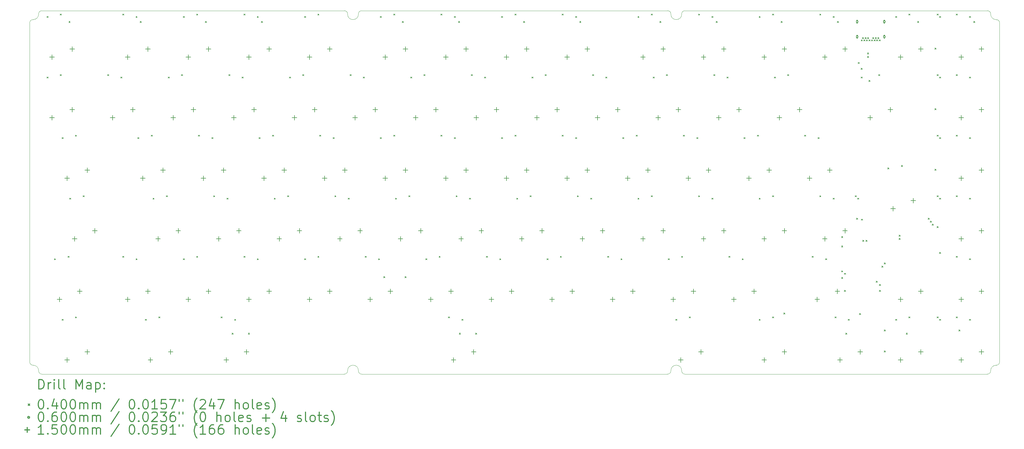
<source format=gbr>
%FSLAX45Y45*%
G04 Gerber Fmt 4.5, Leading zero omitted, Abs format (unit mm)*
G04 Created by KiCad (PCBNEW 5.1.10) date 2021-07-18 23:08:42*
%MOMM*%
%LPD*%
G01*
G04 APERTURE LIST*
%TA.AperFunction,Profile*%
%ADD10C,0.050000*%
%TD*%
%ADD11C,0.200000*%
%ADD12C,0.300000*%
G04 APERTURE END LIST*
D10*
X13700000Y-3810000D02*
X4190000Y-3810000D01*
X4090000Y-3910000D02*
X4090000Y-3920000D01*
X4090000Y-3910000D02*
G75*
G02*
X4190000Y-3810000I100000J0D01*
G01*
X13800000Y-3920000D02*
X13800000Y-3910000D01*
X13700000Y-3810000D02*
G75*
G02*
X13800000Y-3910000I0J-100000D01*
G01*
X23860000Y-3810000D02*
X14240000Y-3810000D01*
X14140000Y-3920000D02*
X14140000Y-3910000D01*
X14140000Y-3910000D02*
G75*
G02*
X14240000Y-3810000I100000J0D01*
G01*
X23960000Y-3920000D02*
X23960000Y-3910000D01*
X23860000Y-3810000D02*
G75*
G02*
X23960000Y-3910000I0J-100000D01*
G01*
X33910000Y-3810000D02*
X24400000Y-3810000D01*
X24300000Y-3920000D02*
X24300000Y-3910000D01*
X24300000Y-3910000D02*
G75*
G02*
X24400000Y-3810000I100000J0D01*
G01*
X34010000Y-3920000D02*
X34010000Y-3910000D01*
X33910000Y-3810000D02*
G75*
G02*
X34010000Y-3910000I0J-100000D01*
G01*
X34290000Y-14860000D02*
X34290000Y-4190000D01*
X34180000Y-4090000D02*
X34190000Y-4090000D01*
X34190000Y-4090000D02*
G75*
G02*
X34290000Y-4190000I0J-100000D01*
G01*
X34180000Y-14960000D02*
X34190000Y-14960000D01*
X34290000Y-14860000D02*
G75*
G02*
X34190000Y-14960000I-100000J0D01*
G01*
X24400000Y-15240000D02*
X33910000Y-15240000D01*
X34010000Y-15130000D02*
X34010000Y-15140000D01*
X34010000Y-15140000D02*
G75*
G02*
X33910000Y-15240000I-100000J0D01*
G01*
X24300000Y-15130000D02*
X24300000Y-15140000D01*
X24400000Y-15240000D02*
G75*
G02*
X24300000Y-15140000I0J100000D01*
G01*
X14240000Y-15240000D02*
X23860000Y-15240000D01*
X23960000Y-15130000D02*
X23960000Y-15140000D01*
X23960000Y-15140000D02*
G75*
G02*
X23860000Y-15240000I-100000J0D01*
G01*
X14140000Y-15130000D02*
X14140000Y-15140000D01*
X14240000Y-15240000D02*
G75*
G02*
X14140000Y-15140000I0J100000D01*
G01*
X4190000Y-15240000D02*
X13700000Y-15240000D01*
X13800000Y-15140000D02*
X13800000Y-15130000D01*
X13800000Y-15140000D02*
G75*
G02*
X13700000Y-15240000I-100000J0D01*
G01*
X4090000Y-15130000D02*
X4090000Y-15140000D01*
X4190000Y-15240000D02*
G75*
G02*
X4090000Y-15140000I0J100000D01*
G01*
X3910000Y-14960000D02*
X3920000Y-14960000D01*
X3810000Y-4190000D02*
X3810000Y-14860000D01*
X3910000Y-4090000D02*
X3920000Y-4090000D01*
X3910000Y-14960000D02*
G75*
G02*
X3810000Y-14860000I0J100000D01*
G01*
X3810000Y-4190000D02*
G75*
G02*
X3910000Y-4090000I100000J0D01*
G01*
X23960000Y-15130000D02*
G75*
G02*
X24300000Y-15130000I170000J0D01*
G01*
X13800000Y-15130000D02*
G75*
G02*
X14140000Y-15130000I170000J0D01*
G01*
X24300000Y-3920000D02*
G75*
G02*
X23960000Y-3920000I-170000J0D01*
G01*
X14140000Y-3920000D02*
G75*
G02*
X13800000Y-3920000I-170000J0D01*
G01*
X34010000Y-15130000D02*
G75*
G02*
X34180000Y-14960000I170000J0D01*
G01*
X34180000Y-4090000D02*
G75*
G02*
X34010000Y-3920000I0J170000D01*
G01*
X3920000Y-14960000D02*
G75*
G02*
X4090000Y-15130000I0J-170000D01*
G01*
X4090000Y-3920000D02*
G75*
G02*
X3920000Y-4090000I-170000J0D01*
G01*
D11*
X4348800Y-3986850D02*
X4388800Y-4026850D01*
X4388800Y-3986850D02*
X4348800Y-4026850D01*
X4348800Y-5891850D02*
X4388800Y-5931850D01*
X4388800Y-5891850D02*
X4348800Y-5931850D01*
X4583750Y-11606850D02*
X4623750Y-11646850D01*
X4623750Y-11606850D02*
X4583750Y-11646850D01*
X4767900Y-3910650D02*
X4807900Y-3950650D01*
X4807900Y-3910650D02*
X4767900Y-3950650D01*
X4767900Y-5815650D02*
X4807900Y-5855650D01*
X4807900Y-5815650D02*
X4767900Y-5855650D01*
X4825050Y-7796850D02*
X4865050Y-7836850D01*
X4865050Y-7796850D02*
X4825050Y-7836850D01*
X4825050Y-13511850D02*
X4865050Y-13551850D01*
X4865050Y-13511850D02*
X4825050Y-13551850D01*
X5009200Y-11530650D02*
X5049200Y-11570650D01*
X5049200Y-11530650D02*
X5009200Y-11570650D01*
X5040950Y-4145600D02*
X5080950Y-4185600D01*
X5080950Y-4145600D02*
X5040950Y-4185600D01*
X5060000Y-9701850D02*
X5100000Y-9741850D01*
X5100000Y-9701850D02*
X5060000Y-9741850D01*
X5244150Y-7720650D02*
X5284150Y-7760650D01*
X5284150Y-7720650D02*
X5244150Y-7760650D01*
X5244150Y-13435650D02*
X5284150Y-13475650D01*
X5284150Y-13435650D02*
X5244150Y-13475650D01*
X5485450Y-9625650D02*
X5525450Y-9665650D01*
X5525450Y-9625650D02*
X5485450Y-9665650D01*
X6253800Y-5815650D02*
X6293800Y-5855650D01*
X6293800Y-5815650D02*
X6253800Y-5855650D01*
X6672900Y-5891850D02*
X6712900Y-5931850D01*
X6712900Y-5891850D02*
X6672900Y-5931850D01*
X6730050Y-3910650D02*
X6770050Y-3950650D01*
X6770050Y-3910650D02*
X6730050Y-3950650D01*
X6730050Y-11530650D02*
X6770050Y-11570650D01*
X6770050Y-11530650D02*
X6730050Y-11570650D01*
X7149150Y-3986850D02*
X7189150Y-4026850D01*
X7189150Y-3986850D02*
X7149150Y-4026850D01*
X7149150Y-11606850D02*
X7189150Y-11646850D01*
X7189150Y-11606850D02*
X7149150Y-11646850D01*
X7206300Y-7796850D02*
X7246300Y-7836850D01*
X7246300Y-7796850D02*
X7206300Y-7836850D01*
X7282500Y-4145600D02*
X7322500Y-4185600D01*
X7322500Y-4145600D02*
X7282500Y-4185600D01*
X7441250Y-13511850D02*
X7481250Y-13551850D01*
X7481250Y-13511850D02*
X7441250Y-13551850D01*
X7625400Y-7720650D02*
X7665400Y-7760650D01*
X7665400Y-7720650D02*
X7625400Y-7760650D01*
X7682550Y-9701850D02*
X7722550Y-9741850D01*
X7722550Y-9701850D02*
X7682550Y-9741850D01*
X7866700Y-13435650D02*
X7906700Y-13475650D01*
X7906700Y-13435650D02*
X7866700Y-13475650D01*
X8101650Y-9625650D02*
X8141650Y-9665650D01*
X8141650Y-9625650D02*
X8101650Y-9665650D01*
X8158800Y-5891850D02*
X8198800Y-5931850D01*
X8198800Y-5891850D02*
X8158800Y-5931850D01*
X8577900Y-5815650D02*
X8617900Y-5855650D01*
X8617900Y-5815650D02*
X8577900Y-5855650D01*
X8635050Y-3986850D02*
X8675050Y-4026850D01*
X8675050Y-3986850D02*
X8635050Y-4026850D01*
X8635050Y-11606850D02*
X8675050Y-11646850D01*
X8675050Y-11606850D02*
X8635050Y-11646850D01*
X9054150Y-3910650D02*
X9094150Y-3950650D01*
X9094150Y-3910650D02*
X9054150Y-3950650D01*
X9054150Y-11530650D02*
X9094150Y-11570650D01*
X9094150Y-11530650D02*
X9054150Y-11570650D01*
X9111300Y-7720650D02*
X9151300Y-7760650D01*
X9151300Y-7720650D02*
X9111300Y-7760650D01*
X9327200Y-4145600D02*
X9367200Y-4185600D01*
X9367200Y-4145600D02*
X9327200Y-4185600D01*
X9530400Y-7796850D02*
X9570400Y-7836850D01*
X9570400Y-7796850D02*
X9530400Y-7836850D01*
X9587550Y-9625650D02*
X9627550Y-9665650D01*
X9627550Y-9625650D02*
X9587550Y-9665650D01*
X9822500Y-13435650D02*
X9862500Y-13475650D01*
X9862500Y-13435650D02*
X9822500Y-13475650D01*
X10006650Y-9701850D02*
X10046650Y-9741850D01*
X10046650Y-9701850D02*
X10006650Y-9741850D01*
X10063800Y-5815650D02*
X10103800Y-5855650D01*
X10103800Y-5815650D02*
X10063800Y-5855650D01*
X10165400Y-13950000D02*
X10205400Y-13990000D01*
X10205400Y-13950000D02*
X10165400Y-13990000D01*
X10247950Y-13511850D02*
X10287950Y-13551850D01*
X10287950Y-13511850D02*
X10247950Y-13551850D01*
X10482900Y-5891850D02*
X10522900Y-5931850D01*
X10522900Y-5891850D02*
X10482900Y-5931850D01*
X10540050Y-3910650D02*
X10580050Y-3950650D01*
X10580050Y-3910650D02*
X10540050Y-3950650D01*
X10540050Y-11530650D02*
X10580050Y-11570650D01*
X10580050Y-11530650D02*
X10540050Y-11570650D01*
X10679750Y-13950000D02*
X10719750Y-13990000D01*
X10719750Y-13950000D02*
X10679750Y-13990000D01*
X10959150Y-3986850D02*
X10999150Y-4026850D01*
X10999150Y-3986850D02*
X10959150Y-4026850D01*
X10959150Y-11606850D02*
X10999150Y-11646850D01*
X10999150Y-11606850D02*
X10959150Y-11646850D01*
X11016300Y-7796850D02*
X11056300Y-7836850D01*
X11056300Y-7796850D02*
X11016300Y-7836850D01*
X11092500Y-4145600D02*
X11132500Y-4185600D01*
X11132500Y-4145600D02*
X11092500Y-4185600D01*
X11435400Y-7720650D02*
X11475400Y-7760650D01*
X11475400Y-7720650D02*
X11435400Y-7760650D01*
X11492550Y-9701850D02*
X11532550Y-9741850D01*
X11532550Y-9701850D02*
X11492550Y-9741850D01*
X11911650Y-9625650D02*
X11951650Y-9665650D01*
X11951650Y-9625650D02*
X11911650Y-9665650D01*
X11968800Y-5891850D02*
X12008800Y-5931850D01*
X12008800Y-5891850D02*
X11968800Y-5931850D01*
X12387900Y-5815650D02*
X12427900Y-5855650D01*
X12427900Y-5815650D02*
X12387900Y-5855650D01*
X12445050Y-3986850D02*
X12485050Y-4026850D01*
X12485050Y-3986850D02*
X12445050Y-4026850D01*
X12445050Y-11606850D02*
X12485050Y-11646850D01*
X12485050Y-11606850D02*
X12445050Y-11646850D01*
X12864150Y-3910650D02*
X12904150Y-3950650D01*
X12904150Y-3910650D02*
X12864150Y-3950650D01*
X12864150Y-11530650D02*
X12904150Y-11570650D01*
X12904150Y-11530650D02*
X12864150Y-11570650D01*
X12921300Y-7720650D02*
X12961300Y-7760650D01*
X12961300Y-7720650D02*
X12921300Y-7760650D01*
X13340400Y-7796850D02*
X13380400Y-7836850D01*
X13380400Y-7796850D02*
X13340400Y-7836850D01*
X13397550Y-9625650D02*
X13437550Y-9665650D01*
X13437550Y-9625650D02*
X13397550Y-9665650D01*
X13816650Y-9701850D02*
X13856650Y-9741850D01*
X13856650Y-9701850D02*
X13816650Y-9741850D01*
X13873800Y-5815650D02*
X13913800Y-5855650D01*
X13913800Y-5815650D02*
X13873800Y-5855650D01*
X14292900Y-5891850D02*
X14332900Y-5931850D01*
X14332900Y-5891850D02*
X14292900Y-5931850D01*
X14350050Y-11530650D02*
X14390050Y-11570650D01*
X14390050Y-11530650D02*
X14350050Y-11570650D01*
X14769150Y-11606850D02*
X14809150Y-11646850D01*
X14809150Y-11606850D02*
X14769150Y-11646850D01*
X14826300Y-3986850D02*
X14866300Y-4026850D01*
X14866300Y-3986850D02*
X14826300Y-4026850D01*
X14826300Y-7796850D02*
X14866300Y-7836850D01*
X14866300Y-7796850D02*
X14826300Y-7836850D01*
X14934250Y-12172000D02*
X14974250Y-12212000D01*
X14974250Y-12172000D02*
X14934250Y-12212000D01*
X15245400Y-3910650D02*
X15285400Y-3950650D01*
X15285400Y-3910650D02*
X15245400Y-3950650D01*
X15245400Y-7720650D02*
X15285400Y-7760650D01*
X15285400Y-7720650D02*
X15245400Y-7760650D01*
X15302550Y-9701850D02*
X15342550Y-9741850D01*
X15342550Y-9701850D02*
X15302550Y-9741850D01*
X15518450Y-4145600D02*
X15558450Y-4185600D01*
X15558450Y-4145600D02*
X15518450Y-4185600D01*
X15601000Y-12172000D02*
X15641000Y-12212000D01*
X15641000Y-12172000D02*
X15601000Y-12212000D01*
X15721650Y-9625650D02*
X15761650Y-9665650D01*
X15761650Y-9625650D02*
X15721650Y-9665650D01*
X15778800Y-5891850D02*
X15818800Y-5931850D01*
X15818800Y-5891850D02*
X15778800Y-5931850D01*
X16197900Y-5815650D02*
X16237900Y-5855650D01*
X16237900Y-5815650D02*
X16197900Y-5855650D01*
X16255050Y-11606850D02*
X16295050Y-11646850D01*
X16295050Y-11606850D02*
X16255050Y-11646850D01*
X16674150Y-11530650D02*
X16714150Y-11570650D01*
X16714150Y-11530650D02*
X16674150Y-11570650D01*
X16731300Y-3910650D02*
X16771300Y-3950650D01*
X16771300Y-3910650D02*
X16731300Y-3950650D01*
X16731300Y-7720650D02*
X16771300Y-7760650D01*
X16771300Y-7720650D02*
X16731300Y-7760650D01*
X16966250Y-13435650D02*
X17006250Y-13475650D01*
X17006250Y-13435650D02*
X16966250Y-13475650D01*
X17150400Y-3986850D02*
X17190400Y-4026850D01*
X17190400Y-3986850D02*
X17150400Y-4026850D01*
X17150400Y-7796850D02*
X17190400Y-7836850D01*
X17190400Y-7796850D02*
X17150400Y-7836850D01*
X17207550Y-9625650D02*
X17247550Y-9665650D01*
X17247550Y-9625650D02*
X17207550Y-9665650D01*
X17283750Y-4145600D02*
X17323750Y-4185600D01*
X17323750Y-4145600D02*
X17283750Y-4185600D01*
X17309150Y-13950000D02*
X17349150Y-13990000D01*
X17349150Y-13950000D02*
X17309150Y-13990000D01*
X17391700Y-13511850D02*
X17431700Y-13551850D01*
X17431700Y-13511850D02*
X17391700Y-13551850D01*
X17626650Y-9701850D02*
X17666650Y-9741850D01*
X17666650Y-9701850D02*
X17626650Y-9741850D01*
X17683800Y-5815650D02*
X17723800Y-5855650D01*
X17723800Y-5815650D02*
X17683800Y-5855650D01*
X17823500Y-13950000D02*
X17863500Y-13990000D01*
X17863500Y-13950000D02*
X17823500Y-13990000D01*
X18102900Y-5891850D02*
X18142900Y-5931850D01*
X18142900Y-5891850D02*
X18102900Y-5931850D01*
X18160050Y-11530650D02*
X18200050Y-11570650D01*
X18200050Y-11530650D02*
X18160050Y-11570650D01*
X18579150Y-11606850D02*
X18619150Y-11646850D01*
X18619150Y-11606850D02*
X18579150Y-11646850D01*
X18636300Y-3986850D02*
X18676300Y-4026850D01*
X18676300Y-3986850D02*
X18636300Y-4026850D01*
X18636300Y-7796850D02*
X18676300Y-7836850D01*
X18676300Y-7796850D02*
X18636300Y-7836850D01*
X19055400Y-3910650D02*
X19095400Y-3950650D01*
X19095400Y-3910650D02*
X19055400Y-3950650D01*
X19055400Y-7720650D02*
X19095400Y-7760650D01*
X19095400Y-7720650D02*
X19055400Y-7760650D01*
X19112550Y-9701850D02*
X19152550Y-9741850D01*
X19152550Y-9701850D02*
X19112550Y-9741850D01*
X19328450Y-4145600D02*
X19368450Y-4185600D01*
X19368450Y-4145600D02*
X19328450Y-4185600D01*
X19531650Y-9625650D02*
X19571650Y-9665650D01*
X19571650Y-9625650D02*
X19531650Y-9665650D01*
X19588800Y-5891850D02*
X19628800Y-5931850D01*
X19628800Y-5891850D02*
X19588800Y-5931850D01*
X20007900Y-5815650D02*
X20047900Y-5855650D01*
X20047900Y-5815650D02*
X20007900Y-5855650D01*
X20065050Y-11606850D02*
X20105050Y-11646850D01*
X20105050Y-11606850D02*
X20065050Y-11646850D01*
X20484150Y-11530650D02*
X20524150Y-11570650D01*
X20524150Y-11530650D02*
X20484150Y-11570650D01*
X20541300Y-3910650D02*
X20581300Y-3950650D01*
X20581300Y-3910650D02*
X20541300Y-3950650D01*
X20541300Y-7720650D02*
X20581300Y-7760650D01*
X20581300Y-7720650D02*
X20541300Y-7760650D01*
X20960400Y-3986850D02*
X21000400Y-4026850D01*
X21000400Y-3986850D02*
X20960400Y-4026850D01*
X20960400Y-7796850D02*
X21000400Y-7836850D01*
X21000400Y-7796850D02*
X20960400Y-7836850D01*
X21017550Y-9625650D02*
X21057550Y-9665650D01*
X21057550Y-9625650D02*
X21017550Y-9665650D01*
X21093750Y-4145600D02*
X21133750Y-4185600D01*
X21133750Y-4145600D02*
X21093750Y-4185600D01*
X21436650Y-9701850D02*
X21476650Y-9741850D01*
X21476650Y-9701850D02*
X21436650Y-9741850D01*
X21493800Y-5815650D02*
X21533800Y-5855650D01*
X21533800Y-5815650D02*
X21493800Y-5855650D01*
X21912900Y-5891850D02*
X21952900Y-5931850D01*
X21952900Y-5891850D02*
X21912900Y-5931850D01*
X21970050Y-11530650D02*
X22010050Y-11570650D01*
X22010050Y-11530650D02*
X21970050Y-11570650D01*
X22389150Y-11606850D02*
X22429150Y-11646850D01*
X22429150Y-11606850D02*
X22389150Y-11646850D01*
X22446300Y-7796850D02*
X22486300Y-7836850D01*
X22486300Y-7796850D02*
X22446300Y-7836850D01*
X22865400Y-7720650D02*
X22905400Y-7760650D01*
X22905400Y-7720650D02*
X22865400Y-7760650D01*
X22922550Y-3986850D02*
X22962550Y-4026850D01*
X22962550Y-3986850D02*
X22922550Y-4026850D01*
X22922550Y-9701850D02*
X22962550Y-9741850D01*
X22962550Y-9701850D02*
X22922550Y-9741850D01*
X23341650Y-3910650D02*
X23381650Y-3950650D01*
X23381650Y-3910650D02*
X23341650Y-3950650D01*
X23341650Y-9625650D02*
X23381650Y-9665650D01*
X23381650Y-9625650D02*
X23341650Y-9665650D01*
X23398800Y-5891850D02*
X23438800Y-5931850D01*
X23438800Y-5891850D02*
X23398800Y-5931850D01*
X23614700Y-4145600D02*
X23654700Y-4185600D01*
X23654700Y-4145600D02*
X23614700Y-4185600D01*
X23817900Y-5815650D02*
X23857900Y-5855650D01*
X23857900Y-5815650D02*
X23817900Y-5855650D01*
X23875050Y-11606850D02*
X23915050Y-11646850D01*
X23915050Y-11606850D02*
X23875050Y-11646850D01*
X24110000Y-13511850D02*
X24150000Y-13551850D01*
X24150000Y-13511850D02*
X24110000Y-13551850D01*
X24294150Y-11530650D02*
X24334150Y-11570650D01*
X24334150Y-11530650D02*
X24294150Y-11570650D01*
X24351300Y-7720650D02*
X24391300Y-7760650D01*
X24391300Y-7720650D02*
X24351300Y-7760650D01*
X24535450Y-13435650D02*
X24575450Y-13475650D01*
X24575450Y-13435650D02*
X24535450Y-13475650D01*
X24770400Y-7796850D02*
X24810400Y-7836850D01*
X24810400Y-7796850D02*
X24770400Y-7836850D01*
X24827550Y-3910650D02*
X24867550Y-3950650D01*
X24867550Y-3910650D02*
X24827550Y-3950650D01*
X24827550Y-9625650D02*
X24867550Y-9665650D01*
X24867550Y-9625650D02*
X24827550Y-9665650D01*
X25246650Y-3986850D02*
X25286650Y-4026850D01*
X25286650Y-3986850D02*
X25246650Y-4026850D01*
X25246650Y-9701850D02*
X25286650Y-9741850D01*
X25286650Y-9701850D02*
X25246650Y-9741850D01*
X25303800Y-5815650D02*
X25343800Y-5855650D01*
X25343800Y-5815650D02*
X25303800Y-5855650D01*
X25380000Y-4145600D02*
X25420000Y-4185600D01*
X25420000Y-4145600D02*
X25380000Y-4185600D01*
X25722900Y-5891850D02*
X25762900Y-5931850D01*
X25762900Y-5891850D02*
X25722900Y-5931850D01*
X25780050Y-11530650D02*
X25820050Y-11570650D01*
X25820050Y-11530650D02*
X25780050Y-11570650D01*
X26199150Y-11606850D02*
X26239150Y-11646850D01*
X26239150Y-11606850D02*
X26199150Y-11646850D01*
X26256300Y-7796850D02*
X26296300Y-7836850D01*
X26296300Y-7796850D02*
X26256300Y-7836850D01*
X26675400Y-7720650D02*
X26715400Y-7760650D01*
X26715400Y-7720650D02*
X26675400Y-7760650D01*
X26732550Y-3986850D02*
X26772550Y-4026850D01*
X26772550Y-3986850D02*
X26732550Y-4026850D01*
X26732550Y-9701850D02*
X26772550Y-9741850D01*
X26772550Y-9701850D02*
X26732550Y-9741850D01*
X26732550Y-13511850D02*
X26772550Y-13551850D01*
X26772550Y-13511850D02*
X26732550Y-13551850D01*
X27151650Y-3910650D02*
X27191650Y-3950650D01*
X27191650Y-3910650D02*
X27151650Y-3950650D01*
X27151650Y-9625650D02*
X27191650Y-9665650D01*
X27191650Y-9625650D02*
X27151650Y-9665650D01*
X27151650Y-13435650D02*
X27191650Y-13475650D01*
X27191650Y-13435650D02*
X27151650Y-13475650D01*
X27208800Y-5891850D02*
X27248800Y-5931850D01*
X27248800Y-5891850D02*
X27208800Y-5931850D01*
X27424700Y-4145600D02*
X27464700Y-4185600D01*
X27464700Y-4145600D02*
X27424700Y-4185600D01*
X27507250Y-13315000D02*
X27547250Y-13355000D01*
X27547250Y-13315000D02*
X27507250Y-13355000D01*
X27627900Y-5815650D02*
X27667900Y-5855650D01*
X27667900Y-5815650D02*
X27627900Y-5855650D01*
X28161300Y-7720650D02*
X28201300Y-7760650D01*
X28201300Y-7720650D02*
X28161300Y-7760650D01*
X28396250Y-11530650D02*
X28436250Y-11570650D01*
X28436250Y-11530650D02*
X28396250Y-11570650D01*
X28580400Y-7796850D02*
X28620400Y-7836850D01*
X28620400Y-7796850D02*
X28580400Y-7836850D01*
X28637550Y-3910650D02*
X28677550Y-3950650D01*
X28677550Y-3910650D02*
X28637550Y-3950650D01*
X28637550Y-9625650D02*
X28677550Y-9665650D01*
X28677550Y-9625650D02*
X28637550Y-9665650D01*
X28821700Y-11606850D02*
X28861700Y-11646850D01*
X28861700Y-11606850D02*
X28821700Y-11646850D01*
X29056650Y-3986850D02*
X29096650Y-4026850D01*
X29096650Y-3986850D02*
X29056650Y-4026850D01*
X29056650Y-9701850D02*
X29096650Y-9741850D01*
X29096650Y-9701850D02*
X29056650Y-9741850D01*
X29113800Y-13435650D02*
X29153800Y-13475650D01*
X29153800Y-13435650D02*
X29113800Y-13475650D01*
X29190000Y-4145600D02*
X29230000Y-4185600D01*
X29230000Y-4145600D02*
X29190000Y-4185600D01*
X29323350Y-10908350D02*
X29363350Y-10948350D01*
X29363350Y-10908350D02*
X29323350Y-10948350D01*
X29323350Y-11206800D02*
X29363350Y-11246800D01*
X29363350Y-11206800D02*
X29323350Y-11246800D01*
X29323350Y-11987850D02*
X29363350Y-12027850D01*
X29363350Y-11987850D02*
X29323350Y-12027850D01*
X29323350Y-12197400D02*
X29363350Y-12237400D01*
X29363350Y-12197400D02*
X29323350Y-12237400D01*
X29412250Y-12064050D02*
X29452250Y-12104050D01*
X29452250Y-12064050D02*
X29412250Y-12104050D01*
X29412250Y-12603800D02*
X29452250Y-12643800D01*
X29452250Y-12603800D02*
X29412250Y-12643800D01*
X29456700Y-13950000D02*
X29496700Y-13990000D01*
X29496700Y-13950000D02*
X29456700Y-13990000D01*
X29532900Y-13511850D02*
X29572900Y-13551850D01*
X29572900Y-13511850D02*
X29532900Y-13551850D01*
X29748800Y-9625650D02*
X29788800Y-9665650D01*
X29788800Y-9625650D02*
X29748800Y-9665650D01*
X29793250Y-10330500D02*
X29833250Y-10370500D01*
X29833250Y-10330500D02*
X29793250Y-10370500D01*
X29825000Y-9701850D02*
X29865000Y-9741850D01*
X29865000Y-9701850D02*
X29825000Y-9741850D01*
X29844050Y-5434650D02*
X29884050Y-5474650D01*
X29884050Y-5434650D02*
X29844050Y-5474650D01*
X29888500Y-13330875D02*
X29928500Y-13370875D01*
X29928500Y-13330875D02*
X29888500Y-13370875D01*
X29939300Y-5618800D02*
X29979300Y-5658800D01*
X29979300Y-5618800D02*
X29939300Y-5658800D01*
X29939300Y-5891850D02*
X29979300Y-5931850D01*
X29979300Y-5891850D02*
X29939300Y-5931850D01*
X29941875Y-4723000D02*
X29981875Y-4763000D01*
X29981875Y-4723000D02*
X29941875Y-4763000D01*
X29945250Y-10362250D02*
X29985250Y-10402250D01*
X29985250Y-10362250D02*
X29945250Y-10402250D01*
X29981875Y-4652000D02*
X30021875Y-4692000D01*
X30021875Y-4652000D02*
X29981875Y-4692000D01*
X29985250Y-11027223D02*
X30025250Y-11067223D01*
X30025250Y-11027223D02*
X29985250Y-11067223D01*
X30021875Y-4723000D02*
X30061875Y-4763000D01*
X30061875Y-4723000D02*
X30021875Y-4763000D01*
X30061875Y-4652000D02*
X30101875Y-4692000D01*
X30101875Y-4652000D02*
X30061875Y-4692000D01*
X30090250Y-11027223D02*
X30130250Y-11067223D01*
X30130250Y-11027223D02*
X30090250Y-11067223D01*
X30101875Y-4723000D02*
X30141875Y-4763000D01*
X30141875Y-4723000D02*
X30101875Y-4763000D01*
X30134830Y-5136316D02*
X30174830Y-5176316D01*
X30174830Y-5136316D02*
X30134830Y-5176316D01*
X30134830Y-5241316D02*
X30174830Y-5281316D01*
X30174830Y-5241316D02*
X30134830Y-5281316D01*
X30141875Y-4652000D02*
X30181875Y-4692000D01*
X30181875Y-4652000D02*
X30141875Y-4692000D01*
X30180600Y-5999800D02*
X30220600Y-6039800D01*
X30220600Y-5999800D02*
X30180600Y-6039800D01*
X30181875Y-4723000D02*
X30221875Y-4763000D01*
X30221875Y-4723000D02*
X30181875Y-4763000D01*
X30261875Y-4723000D02*
X30301875Y-4763000D01*
X30301875Y-4723000D02*
X30261875Y-4763000D01*
X30301875Y-4652000D02*
X30341875Y-4692000D01*
X30341875Y-4652000D02*
X30301875Y-4692000D01*
X30341875Y-4723000D02*
X30381875Y-4763000D01*
X30381875Y-4723000D02*
X30341875Y-4763000D01*
X30381875Y-4652000D02*
X30421875Y-4692000D01*
X30421875Y-4652000D02*
X30381875Y-4692000D01*
X30409200Y-12311700D02*
X30449200Y-12351700D01*
X30449200Y-12311700D02*
X30409200Y-12351700D01*
X30421875Y-4723000D02*
X30461875Y-4763000D01*
X30461875Y-4723000D02*
X30421875Y-4763000D01*
X30461875Y-4652000D02*
X30501875Y-4692000D01*
X30501875Y-4652000D02*
X30461875Y-4692000D01*
X30485400Y-5815650D02*
X30525400Y-5855650D01*
X30525400Y-5815650D02*
X30485400Y-5855650D01*
X30501875Y-4723000D02*
X30541875Y-4763000D01*
X30541875Y-4723000D02*
X30501875Y-4763000D01*
X30510800Y-12413300D02*
X30550800Y-12453300D01*
X30550800Y-12413300D02*
X30510800Y-12453300D01*
X30514500Y-12603800D02*
X30554500Y-12643800D01*
X30554500Y-12603800D02*
X30514500Y-12643800D01*
X30587000Y-11841800D02*
X30627000Y-11881800D01*
X30627000Y-11841800D02*
X30587000Y-11881800D01*
X30663200Y-11737500D02*
X30703200Y-11777500D01*
X30703200Y-11737500D02*
X30663200Y-11777500D01*
X30663200Y-13848400D02*
X30703200Y-13888400D01*
X30703200Y-13848400D02*
X30663200Y-13888400D01*
X30663200Y-14508800D02*
X30703200Y-14548800D01*
X30703200Y-14508800D02*
X30663200Y-14548800D01*
X30777500Y-8749350D02*
X30817500Y-8789350D01*
X30817500Y-8749350D02*
X30777500Y-8789350D01*
X31018800Y-3986850D02*
X31058800Y-4026850D01*
X31058800Y-3986850D02*
X31018800Y-4026850D01*
X31018800Y-13511850D02*
X31058800Y-13551850D01*
X31058800Y-13511850D02*
X31018800Y-13551850D01*
X31133100Y-10863900D02*
X31173100Y-10903900D01*
X31173100Y-10863900D02*
X31133100Y-10903900D01*
X31133100Y-10965500D02*
X31173100Y-11005500D01*
X31173100Y-10965500D02*
X31133100Y-11005500D01*
X31202950Y-8673150D02*
X31242950Y-8713150D01*
X31242950Y-8673150D02*
X31202950Y-8713150D01*
X31355350Y-13950000D02*
X31395350Y-13990000D01*
X31395350Y-13950000D02*
X31355350Y-13990000D01*
X31437900Y-3910650D02*
X31477900Y-3950650D01*
X31477900Y-3910650D02*
X31437900Y-3950650D01*
X31437900Y-13435650D02*
X31477900Y-13475650D01*
X31477900Y-13435650D02*
X31437900Y-13475650D01*
X31710950Y-4145600D02*
X31750950Y-4185600D01*
X31750950Y-4145600D02*
X31710950Y-4185600D01*
X32047500Y-10330500D02*
X32087500Y-10370500D01*
X32087500Y-10330500D02*
X32047500Y-10370500D01*
X32111000Y-10425750D02*
X32151000Y-10465750D01*
X32151000Y-10425750D02*
X32111000Y-10465750D01*
X32174500Y-10521000D02*
X32214500Y-10561000D01*
X32214500Y-10521000D02*
X32174500Y-10561000D01*
X32254400Y-4983800D02*
X32294400Y-5023800D01*
X32294400Y-4983800D02*
X32254400Y-5023800D01*
X32254400Y-6888800D02*
X32294400Y-6928800D01*
X32294400Y-6888800D02*
X32254400Y-6928800D01*
X32254400Y-8793800D02*
X32294400Y-8833800D01*
X32294400Y-8793800D02*
X32254400Y-8833800D01*
X32326900Y-3910650D02*
X32366900Y-3950650D01*
X32366900Y-3910650D02*
X32326900Y-3950650D01*
X32326900Y-5815650D02*
X32366900Y-5855650D01*
X32366900Y-5815650D02*
X32326900Y-5855650D01*
X32326900Y-7720650D02*
X32366900Y-7760650D01*
X32366900Y-7720650D02*
X32326900Y-7760650D01*
X32326900Y-9625650D02*
X32366900Y-9665650D01*
X32366900Y-9625650D02*
X32326900Y-9665650D01*
X32326900Y-10597200D02*
X32366900Y-10637200D01*
X32366900Y-10597200D02*
X32326900Y-10637200D01*
X32326900Y-13435650D02*
X32366900Y-13475650D01*
X32366900Y-13435650D02*
X32326900Y-13475650D01*
X32403100Y-3986850D02*
X32443100Y-4026850D01*
X32443100Y-3986850D02*
X32403100Y-4026850D01*
X32403100Y-5891850D02*
X32443100Y-5931850D01*
X32443100Y-5891850D02*
X32403100Y-5931850D01*
X32403100Y-7796850D02*
X32443100Y-7836850D01*
X32443100Y-7796850D02*
X32403100Y-7836850D01*
X32403100Y-9701850D02*
X32443100Y-9741850D01*
X32443100Y-9701850D02*
X32403100Y-9741850D01*
X32403100Y-11410000D02*
X32443100Y-11450000D01*
X32443100Y-11410000D02*
X32403100Y-11450000D01*
X32403100Y-13511850D02*
X32443100Y-13551850D01*
X32443100Y-13511850D02*
X32403100Y-13551850D01*
X32923800Y-3910650D02*
X32963800Y-3950650D01*
X32963800Y-3910650D02*
X32923800Y-3950650D01*
X32923800Y-5815650D02*
X32963800Y-5855650D01*
X32963800Y-5815650D02*
X32923800Y-5855650D01*
X32923800Y-7720650D02*
X32963800Y-7760650D01*
X32963800Y-7720650D02*
X32923800Y-7760650D01*
X32923800Y-9625650D02*
X32963800Y-9665650D01*
X32963800Y-9625650D02*
X32923800Y-9665650D01*
X32923800Y-11530650D02*
X32963800Y-11570650D01*
X32963800Y-11530650D02*
X32923800Y-11570650D01*
X32923800Y-13435650D02*
X32963800Y-13475650D01*
X32963800Y-13435650D02*
X32923800Y-13475650D01*
X33012700Y-13848400D02*
X33052700Y-13888400D01*
X33052700Y-13848400D02*
X33012700Y-13888400D01*
X33342900Y-3986850D02*
X33382900Y-4026850D01*
X33382900Y-3986850D02*
X33342900Y-4026850D01*
X33342900Y-5891850D02*
X33382900Y-5931850D01*
X33382900Y-5891850D02*
X33342900Y-5931850D01*
X33342900Y-7796850D02*
X33382900Y-7836850D01*
X33382900Y-7796850D02*
X33342900Y-7836850D01*
X33342900Y-9701850D02*
X33382900Y-9741850D01*
X33382900Y-9701850D02*
X33342900Y-9741850D01*
X33342900Y-11606850D02*
X33382900Y-11646850D01*
X33382900Y-11606850D02*
X33342900Y-11646850D01*
X33342900Y-13511850D02*
X33382900Y-13551850D01*
X33382900Y-13511850D02*
X33342900Y-13551850D01*
X33476250Y-4145600D02*
X33516250Y-4185600D01*
X33516250Y-4145600D02*
X33476250Y-4185600D01*
X29844875Y-4155000D02*
G75*
G03*
X29844875Y-4155000I-30000J0D01*
G01*
X29834875Y-4185000D02*
X29834875Y-4125000D01*
X29794875Y-4185000D02*
X29794875Y-4125000D01*
X29834875Y-4125000D02*
G75*
G03*
X29794875Y-4125000I-20000J0D01*
G01*
X29794875Y-4185000D02*
G75*
G03*
X29834875Y-4185000I20000J0D01*
G01*
X29844875Y-4628000D02*
G75*
G03*
X29844875Y-4628000I-30000J0D01*
G01*
X29834875Y-4658000D02*
X29834875Y-4598000D01*
X29794875Y-4658000D02*
X29794875Y-4598000D01*
X29834875Y-4598000D02*
G75*
G03*
X29794875Y-4598000I-20000J0D01*
G01*
X29794875Y-4658000D02*
G75*
G03*
X29834875Y-4658000I20000J0D01*
G01*
X30698875Y-4155000D02*
G75*
G03*
X30698875Y-4155000I-30000J0D01*
G01*
X30688875Y-4185000D02*
X30688875Y-4125000D01*
X30648875Y-4185000D02*
X30648875Y-4125000D01*
X30688875Y-4125000D02*
G75*
G03*
X30648875Y-4125000I-20000J0D01*
G01*
X30648875Y-4185000D02*
G75*
G03*
X30688875Y-4185000I20000J0D01*
G01*
X30698875Y-4628000D02*
G75*
G03*
X30698875Y-4628000I-30000J0D01*
G01*
X30688875Y-4658000D02*
X30688875Y-4598000D01*
X30648875Y-4658000D02*
X30648875Y-4598000D01*
X30688875Y-4598000D02*
G75*
G03*
X30648875Y-4598000I-20000J0D01*
G01*
X30648875Y-4658000D02*
G75*
G03*
X30688875Y-4658000I20000J0D01*
G01*
X4508500Y-5195500D02*
X4508500Y-5345500D01*
X4433500Y-5270500D02*
X4583500Y-5270500D01*
X4508500Y-7100500D02*
X4508500Y-7250500D01*
X4433500Y-7175500D02*
X4583500Y-7175500D01*
X4746625Y-12815500D02*
X4746625Y-12965500D01*
X4671625Y-12890500D02*
X4821625Y-12890500D01*
X4984750Y-9005500D02*
X4984750Y-9155500D01*
X4909750Y-9080500D02*
X5059750Y-9080500D01*
X4984750Y-14720500D02*
X4984750Y-14870500D01*
X4909750Y-14795500D02*
X5059750Y-14795500D01*
X5143500Y-4941500D02*
X5143500Y-5091500D01*
X5068500Y-5016500D02*
X5218500Y-5016500D01*
X5143500Y-6846500D02*
X5143500Y-6996500D01*
X5068500Y-6921500D02*
X5218500Y-6921500D01*
X5222875Y-10910500D02*
X5222875Y-11060500D01*
X5147875Y-10985500D02*
X5297875Y-10985500D01*
X5381625Y-12561500D02*
X5381625Y-12711500D01*
X5306625Y-12636500D02*
X5456625Y-12636500D01*
X5619750Y-8751500D02*
X5619750Y-8901500D01*
X5544750Y-8826500D02*
X5694750Y-8826500D01*
X5619750Y-14466500D02*
X5619750Y-14616500D01*
X5544750Y-14541500D02*
X5694750Y-14541500D01*
X5857875Y-10656500D02*
X5857875Y-10806500D01*
X5782875Y-10731500D02*
X5932875Y-10731500D01*
X6413500Y-7100500D02*
X6413500Y-7250500D01*
X6338500Y-7175500D02*
X6488500Y-7175500D01*
X6889750Y-5195500D02*
X6889750Y-5345500D01*
X6814750Y-5270500D02*
X6964750Y-5270500D01*
X6889750Y-12815500D02*
X6889750Y-12965500D01*
X6814750Y-12890500D02*
X6964750Y-12890500D01*
X7048500Y-6846500D02*
X7048500Y-6996500D01*
X6973500Y-6921500D02*
X7123500Y-6921500D01*
X7366000Y-9005500D02*
X7366000Y-9155500D01*
X7291000Y-9080500D02*
X7441000Y-9080500D01*
X7524750Y-4941500D02*
X7524750Y-5091500D01*
X7449750Y-5016500D02*
X7599750Y-5016500D01*
X7524750Y-12561500D02*
X7524750Y-12711500D01*
X7449750Y-12636500D02*
X7599750Y-12636500D01*
X7604125Y-14720500D02*
X7604125Y-14870500D01*
X7529125Y-14795500D02*
X7679125Y-14795500D01*
X7842250Y-10910500D02*
X7842250Y-11060500D01*
X7767250Y-10985500D02*
X7917250Y-10985500D01*
X8001000Y-8751500D02*
X8001000Y-8901500D01*
X7926000Y-8826500D02*
X8076000Y-8826500D01*
X8239125Y-14466500D02*
X8239125Y-14616500D01*
X8164125Y-14541500D02*
X8314125Y-14541500D01*
X8318500Y-7100500D02*
X8318500Y-7250500D01*
X8243500Y-7175500D02*
X8393500Y-7175500D01*
X8477250Y-10656500D02*
X8477250Y-10806500D01*
X8402250Y-10731500D02*
X8552250Y-10731500D01*
X8794750Y-5195500D02*
X8794750Y-5345500D01*
X8719750Y-5270500D02*
X8869750Y-5270500D01*
X8794750Y-12815500D02*
X8794750Y-12965500D01*
X8719750Y-12890500D02*
X8869750Y-12890500D01*
X8953500Y-6846500D02*
X8953500Y-6996500D01*
X8878500Y-6921500D02*
X9028500Y-6921500D01*
X9271000Y-9005500D02*
X9271000Y-9155500D01*
X9196000Y-9080500D02*
X9346000Y-9080500D01*
X9429750Y-4941500D02*
X9429750Y-5091500D01*
X9354750Y-5016500D02*
X9504750Y-5016500D01*
X9429750Y-12561500D02*
X9429750Y-12711500D01*
X9354750Y-12636500D02*
X9504750Y-12636500D01*
X9747250Y-10910500D02*
X9747250Y-11060500D01*
X9672250Y-10985500D02*
X9822250Y-10985500D01*
X9906000Y-8751500D02*
X9906000Y-8901500D01*
X9831000Y-8826500D02*
X9981000Y-8826500D01*
X9985375Y-14720500D02*
X9985375Y-14870500D01*
X9910375Y-14795500D02*
X10060375Y-14795500D01*
X10223500Y-7100500D02*
X10223500Y-7250500D01*
X10148500Y-7175500D02*
X10298500Y-7175500D01*
X10382250Y-10656500D02*
X10382250Y-10806500D01*
X10307250Y-10731500D02*
X10457250Y-10731500D01*
X10620375Y-14466500D02*
X10620375Y-14616500D01*
X10545375Y-14541500D02*
X10695375Y-14541500D01*
X10699750Y-5195500D02*
X10699750Y-5345500D01*
X10624750Y-5270500D02*
X10774750Y-5270500D01*
X10699750Y-12815500D02*
X10699750Y-12965500D01*
X10624750Y-12890500D02*
X10774750Y-12890500D01*
X10858500Y-6846500D02*
X10858500Y-6996500D01*
X10783500Y-6921500D02*
X10933500Y-6921500D01*
X11176000Y-9005500D02*
X11176000Y-9155500D01*
X11101000Y-9080500D02*
X11251000Y-9080500D01*
X11334750Y-4941500D02*
X11334750Y-5091500D01*
X11259750Y-5016500D02*
X11409750Y-5016500D01*
X11334750Y-12561500D02*
X11334750Y-12711500D01*
X11259750Y-12636500D02*
X11409750Y-12636500D01*
X11652250Y-10910500D02*
X11652250Y-11060500D01*
X11577250Y-10985500D02*
X11727250Y-10985500D01*
X11811000Y-8751500D02*
X11811000Y-8901500D01*
X11736000Y-8826500D02*
X11886000Y-8826500D01*
X12128500Y-7100500D02*
X12128500Y-7250500D01*
X12053500Y-7175500D02*
X12203500Y-7175500D01*
X12287250Y-10656500D02*
X12287250Y-10806500D01*
X12212250Y-10731500D02*
X12362250Y-10731500D01*
X12604750Y-5195500D02*
X12604750Y-5345500D01*
X12529750Y-5270500D02*
X12679750Y-5270500D01*
X12604750Y-12815500D02*
X12604750Y-12965500D01*
X12529750Y-12890500D02*
X12679750Y-12890500D01*
X12763500Y-6846500D02*
X12763500Y-6996500D01*
X12688500Y-6921500D02*
X12838500Y-6921500D01*
X13081000Y-9005500D02*
X13081000Y-9155500D01*
X13006000Y-9080500D02*
X13156000Y-9080500D01*
X13239750Y-4941500D02*
X13239750Y-5091500D01*
X13164750Y-5016500D02*
X13314750Y-5016500D01*
X13239750Y-12561500D02*
X13239750Y-12711500D01*
X13164750Y-12636500D02*
X13314750Y-12636500D01*
X13557250Y-10910500D02*
X13557250Y-11060500D01*
X13482250Y-10985500D02*
X13632250Y-10985500D01*
X13716000Y-8751500D02*
X13716000Y-8901500D01*
X13641000Y-8826500D02*
X13791000Y-8826500D01*
X14033500Y-7100500D02*
X14033500Y-7250500D01*
X13958500Y-7175500D02*
X14108500Y-7175500D01*
X14192250Y-10656500D02*
X14192250Y-10806500D01*
X14117250Y-10731500D02*
X14267250Y-10731500D01*
X14509750Y-12815500D02*
X14509750Y-12965500D01*
X14434750Y-12890500D02*
X14584750Y-12890500D01*
X14668500Y-6846500D02*
X14668500Y-6996500D01*
X14593500Y-6921500D02*
X14743500Y-6921500D01*
X14986000Y-5195500D02*
X14986000Y-5345500D01*
X14911000Y-5270500D02*
X15061000Y-5270500D01*
X14986000Y-9005500D02*
X14986000Y-9155500D01*
X14911000Y-9080500D02*
X15061000Y-9080500D01*
X15144750Y-12561500D02*
X15144750Y-12711500D01*
X15069750Y-12636500D02*
X15219750Y-12636500D01*
X15462250Y-10910500D02*
X15462250Y-11060500D01*
X15387250Y-10985500D02*
X15537250Y-10985500D01*
X15621000Y-4941500D02*
X15621000Y-5091500D01*
X15546000Y-5016500D02*
X15696000Y-5016500D01*
X15621000Y-8751500D02*
X15621000Y-8901500D01*
X15546000Y-8826500D02*
X15696000Y-8826500D01*
X15938500Y-7100500D02*
X15938500Y-7250500D01*
X15863500Y-7175500D02*
X16013500Y-7175500D01*
X16097250Y-10656500D02*
X16097250Y-10806500D01*
X16022250Y-10731500D02*
X16172250Y-10731500D01*
X16414750Y-12815500D02*
X16414750Y-12965500D01*
X16339750Y-12890500D02*
X16489750Y-12890500D01*
X16573500Y-6846500D02*
X16573500Y-6996500D01*
X16498500Y-6921500D02*
X16648500Y-6921500D01*
X16891000Y-5195500D02*
X16891000Y-5345500D01*
X16816000Y-5270500D02*
X16966000Y-5270500D01*
X16891000Y-9005500D02*
X16891000Y-9155500D01*
X16816000Y-9080500D02*
X16966000Y-9080500D01*
X17049750Y-12561500D02*
X17049750Y-12711500D01*
X16974750Y-12636500D02*
X17124750Y-12636500D01*
X17129125Y-14720500D02*
X17129125Y-14870500D01*
X17054125Y-14795500D02*
X17204125Y-14795500D01*
X17367250Y-10910500D02*
X17367250Y-11060500D01*
X17292250Y-10985500D02*
X17442250Y-10985500D01*
X17526000Y-4941500D02*
X17526000Y-5091500D01*
X17451000Y-5016500D02*
X17601000Y-5016500D01*
X17526000Y-8751500D02*
X17526000Y-8901500D01*
X17451000Y-8826500D02*
X17601000Y-8826500D01*
X17764125Y-14466500D02*
X17764125Y-14616500D01*
X17689125Y-14541500D02*
X17839125Y-14541500D01*
X17843500Y-7100500D02*
X17843500Y-7250500D01*
X17768500Y-7175500D02*
X17918500Y-7175500D01*
X18002250Y-10656500D02*
X18002250Y-10806500D01*
X17927250Y-10731500D02*
X18077250Y-10731500D01*
X18319750Y-12815500D02*
X18319750Y-12965500D01*
X18244750Y-12890500D02*
X18394750Y-12890500D01*
X18478500Y-6846500D02*
X18478500Y-6996500D01*
X18403500Y-6921500D02*
X18553500Y-6921500D01*
X18796000Y-5195500D02*
X18796000Y-5345500D01*
X18721000Y-5270500D02*
X18871000Y-5270500D01*
X18796000Y-9005500D02*
X18796000Y-9155500D01*
X18721000Y-9080500D02*
X18871000Y-9080500D01*
X18954750Y-12561500D02*
X18954750Y-12711500D01*
X18879750Y-12636500D02*
X19029750Y-12636500D01*
X19272250Y-10910500D02*
X19272250Y-11060500D01*
X19197250Y-10985500D02*
X19347250Y-10985500D01*
X19431000Y-4941500D02*
X19431000Y-5091500D01*
X19356000Y-5016500D02*
X19506000Y-5016500D01*
X19431000Y-8751500D02*
X19431000Y-8901500D01*
X19356000Y-8826500D02*
X19506000Y-8826500D01*
X19748500Y-7100500D02*
X19748500Y-7250500D01*
X19673500Y-7175500D02*
X19823500Y-7175500D01*
X19907250Y-10656500D02*
X19907250Y-10806500D01*
X19832250Y-10731500D02*
X19982250Y-10731500D01*
X20224750Y-12815500D02*
X20224750Y-12965500D01*
X20149750Y-12890500D02*
X20299750Y-12890500D01*
X20383500Y-6846500D02*
X20383500Y-6996500D01*
X20308500Y-6921500D02*
X20458500Y-6921500D01*
X20701000Y-5195500D02*
X20701000Y-5345500D01*
X20626000Y-5270500D02*
X20776000Y-5270500D01*
X20701000Y-9005500D02*
X20701000Y-9155500D01*
X20626000Y-9080500D02*
X20776000Y-9080500D01*
X20859750Y-12561500D02*
X20859750Y-12711500D01*
X20784750Y-12636500D02*
X20934750Y-12636500D01*
X21177250Y-10910500D02*
X21177250Y-11060500D01*
X21102250Y-10985500D02*
X21252250Y-10985500D01*
X21336000Y-4941500D02*
X21336000Y-5091500D01*
X21261000Y-5016500D02*
X21411000Y-5016500D01*
X21336000Y-8751500D02*
X21336000Y-8901500D01*
X21261000Y-8826500D02*
X21411000Y-8826500D01*
X21653500Y-7100500D02*
X21653500Y-7250500D01*
X21578500Y-7175500D02*
X21728500Y-7175500D01*
X21812250Y-10656500D02*
X21812250Y-10806500D01*
X21737250Y-10731500D02*
X21887250Y-10731500D01*
X22129750Y-12815500D02*
X22129750Y-12965500D01*
X22054750Y-12890500D02*
X22204750Y-12890500D01*
X22288500Y-6846500D02*
X22288500Y-6996500D01*
X22213500Y-6921500D02*
X22363500Y-6921500D01*
X22606000Y-9005500D02*
X22606000Y-9155500D01*
X22531000Y-9080500D02*
X22681000Y-9080500D01*
X22764750Y-12561500D02*
X22764750Y-12711500D01*
X22689750Y-12636500D02*
X22839750Y-12636500D01*
X23082250Y-5195500D02*
X23082250Y-5345500D01*
X23007250Y-5270500D02*
X23157250Y-5270500D01*
X23082250Y-10910500D02*
X23082250Y-11060500D01*
X23007250Y-10985500D02*
X23157250Y-10985500D01*
X23241000Y-8751500D02*
X23241000Y-8901500D01*
X23166000Y-8826500D02*
X23316000Y-8826500D01*
X23558500Y-7100500D02*
X23558500Y-7250500D01*
X23483500Y-7175500D02*
X23633500Y-7175500D01*
X23717250Y-4941500D02*
X23717250Y-5091500D01*
X23642250Y-5016500D02*
X23792250Y-5016500D01*
X23717250Y-10656500D02*
X23717250Y-10806500D01*
X23642250Y-10731500D02*
X23792250Y-10731500D01*
X24034750Y-12815500D02*
X24034750Y-12965500D01*
X23959750Y-12890500D02*
X24109750Y-12890500D01*
X24193500Y-6846500D02*
X24193500Y-6996500D01*
X24118500Y-6921500D02*
X24268500Y-6921500D01*
X24272875Y-14720500D02*
X24272875Y-14870500D01*
X24197875Y-14795500D02*
X24347875Y-14795500D01*
X24511000Y-9005500D02*
X24511000Y-9155500D01*
X24436000Y-9080500D02*
X24586000Y-9080500D01*
X24669750Y-12561500D02*
X24669750Y-12711500D01*
X24594750Y-12636500D02*
X24744750Y-12636500D01*
X24907875Y-14466500D02*
X24907875Y-14616500D01*
X24832875Y-14541500D02*
X24982875Y-14541500D01*
X24987250Y-5195500D02*
X24987250Y-5345500D01*
X24912250Y-5270500D02*
X25062250Y-5270500D01*
X24987250Y-10910500D02*
X24987250Y-11060500D01*
X24912250Y-10985500D02*
X25062250Y-10985500D01*
X25146000Y-8751500D02*
X25146000Y-8901500D01*
X25071000Y-8826500D02*
X25221000Y-8826500D01*
X25463500Y-7100500D02*
X25463500Y-7250500D01*
X25388500Y-7175500D02*
X25538500Y-7175500D01*
X25622250Y-4941500D02*
X25622250Y-5091500D01*
X25547250Y-5016500D02*
X25697250Y-5016500D01*
X25622250Y-10656500D02*
X25622250Y-10806500D01*
X25547250Y-10731500D02*
X25697250Y-10731500D01*
X25939750Y-12815500D02*
X25939750Y-12965500D01*
X25864750Y-12890500D02*
X26014750Y-12890500D01*
X26098500Y-6846500D02*
X26098500Y-6996500D01*
X26023500Y-6921500D02*
X26173500Y-6921500D01*
X26416000Y-9005500D02*
X26416000Y-9155500D01*
X26341000Y-9080500D02*
X26491000Y-9080500D01*
X26574750Y-12561500D02*
X26574750Y-12711500D01*
X26499750Y-12636500D02*
X26649750Y-12636500D01*
X26892250Y-5195500D02*
X26892250Y-5345500D01*
X26817250Y-5270500D02*
X26967250Y-5270500D01*
X26892250Y-10910500D02*
X26892250Y-11060500D01*
X26817250Y-10985500D02*
X26967250Y-10985500D01*
X26892250Y-14720500D02*
X26892250Y-14870500D01*
X26817250Y-14795500D02*
X26967250Y-14795500D01*
X27051000Y-8751500D02*
X27051000Y-8901500D01*
X26976000Y-8826500D02*
X27126000Y-8826500D01*
X27368500Y-7100500D02*
X27368500Y-7250500D01*
X27293500Y-7175500D02*
X27443500Y-7175500D01*
X27527250Y-4941500D02*
X27527250Y-5091500D01*
X27452250Y-5016500D02*
X27602250Y-5016500D01*
X27527250Y-10656500D02*
X27527250Y-10806500D01*
X27452250Y-10731500D02*
X27602250Y-10731500D01*
X27527250Y-14466500D02*
X27527250Y-14616500D01*
X27452250Y-14541500D02*
X27602250Y-14541500D01*
X28003500Y-6846500D02*
X28003500Y-6996500D01*
X27928500Y-6921500D02*
X28078500Y-6921500D01*
X28321000Y-9005500D02*
X28321000Y-9155500D01*
X28246000Y-9080500D02*
X28396000Y-9080500D01*
X28559125Y-12815500D02*
X28559125Y-12965500D01*
X28484125Y-12890500D02*
X28634125Y-12890500D01*
X28797250Y-5195500D02*
X28797250Y-5345500D01*
X28722250Y-5270500D02*
X28872250Y-5270500D01*
X28797250Y-10910500D02*
X28797250Y-11060500D01*
X28722250Y-10985500D02*
X28872250Y-10985500D01*
X28956000Y-8751500D02*
X28956000Y-8901500D01*
X28881000Y-8826500D02*
X29031000Y-8826500D01*
X29194125Y-12561500D02*
X29194125Y-12711500D01*
X29119125Y-12636500D02*
X29269125Y-12636500D01*
X29273500Y-14720500D02*
X29273500Y-14870500D01*
X29198500Y-14795500D02*
X29348500Y-14795500D01*
X29432250Y-4941500D02*
X29432250Y-5091500D01*
X29357250Y-5016500D02*
X29507250Y-5016500D01*
X29432250Y-10656500D02*
X29432250Y-10806500D01*
X29357250Y-10731500D02*
X29507250Y-10731500D01*
X29908500Y-14466500D02*
X29908500Y-14616500D01*
X29833500Y-14541500D02*
X29983500Y-14541500D01*
X30226000Y-7100500D02*
X30226000Y-7250500D01*
X30151000Y-7175500D02*
X30301000Y-7175500D01*
X30861000Y-6846500D02*
X30861000Y-6996500D01*
X30786000Y-6921500D02*
X30936000Y-6921500D01*
X30940375Y-9958000D02*
X30940375Y-10108000D01*
X30865375Y-10033000D02*
X31015375Y-10033000D01*
X31178500Y-5195500D02*
X31178500Y-5345500D01*
X31103500Y-5270500D02*
X31253500Y-5270500D01*
X31178500Y-12815500D02*
X31178500Y-12965500D01*
X31103500Y-12890500D02*
X31253500Y-12890500D01*
X31178500Y-14720500D02*
X31178500Y-14870500D01*
X31103500Y-14795500D02*
X31253500Y-14795500D01*
X31575375Y-9704000D02*
X31575375Y-9854000D01*
X31500375Y-9779000D02*
X31650375Y-9779000D01*
X31813500Y-4941500D02*
X31813500Y-5091500D01*
X31738500Y-5016500D02*
X31888500Y-5016500D01*
X31813500Y-12561500D02*
X31813500Y-12711500D01*
X31738500Y-12636500D02*
X31888500Y-12636500D01*
X31813500Y-14466500D02*
X31813500Y-14616500D01*
X31738500Y-14541500D02*
X31888500Y-14541500D01*
X33083500Y-5195500D02*
X33083500Y-5345500D01*
X33008500Y-5270500D02*
X33158500Y-5270500D01*
X33083500Y-7100500D02*
X33083500Y-7250500D01*
X33008500Y-7175500D02*
X33158500Y-7175500D01*
X33083500Y-9005500D02*
X33083500Y-9155500D01*
X33008500Y-9080500D02*
X33158500Y-9080500D01*
X33083500Y-10910500D02*
X33083500Y-11060500D01*
X33008500Y-10985500D02*
X33158500Y-10985500D01*
X33083500Y-12815500D02*
X33083500Y-12965500D01*
X33008500Y-12890500D02*
X33158500Y-12890500D01*
X33083500Y-14720500D02*
X33083500Y-14870500D01*
X33008500Y-14795500D02*
X33158500Y-14795500D01*
X33718500Y-4941500D02*
X33718500Y-5091500D01*
X33643500Y-5016500D02*
X33793500Y-5016500D01*
X33718500Y-6846500D02*
X33718500Y-6996500D01*
X33643500Y-6921500D02*
X33793500Y-6921500D01*
X33718500Y-8751500D02*
X33718500Y-8901500D01*
X33643500Y-8826500D02*
X33793500Y-8826500D01*
X33718500Y-10656500D02*
X33718500Y-10806500D01*
X33643500Y-10731500D02*
X33793500Y-10731500D01*
X33718500Y-12561500D02*
X33718500Y-12711500D01*
X33643500Y-12636500D02*
X33793500Y-12636500D01*
X33718500Y-14466500D02*
X33718500Y-14616500D01*
X33643500Y-14541500D02*
X33793500Y-14541500D01*
D12*
X4093928Y-15708214D02*
X4093928Y-15408214D01*
X4165357Y-15408214D01*
X4208214Y-15422500D01*
X4236786Y-15451071D01*
X4251071Y-15479643D01*
X4265357Y-15536786D01*
X4265357Y-15579643D01*
X4251071Y-15636786D01*
X4236786Y-15665357D01*
X4208214Y-15693929D01*
X4165357Y-15708214D01*
X4093928Y-15708214D01*
X4393928Y-15708214D02*
X4393928Y-15508214D01*
X4393928Y-15565357D02*
X4408214Y-15536786D01*
X4422500Y-15522500D01*
X4451071Y-15508214D01*
X4479643Y-15508214D01*
X4579643Y-15708214D02*
X4579643Y-15508214D01*
X4579643Y-15408214D02*
X4565357Y-15422500D01*
X4579643Y-15436786D01*
X4593928Y-15422500D01*
X4579643Y-15408214D01*
X4579643Y-15436786D01*
X4765357Y-15708214D02*
X4736786Y-15693929D01*
X4722500Y-15665357D01*
X4722500Y-15408214D01*
X4922500Y-15708214D02*
X4893928Y-15693929D01*
X4879643Y-15665357D01*
X4879643Y-15408214D01*
X5265357Y-15708214D02*
X5265357Y-15408214D01*
X5365357Y-15622500D01*
X5465357Y-15408214D01*
X5465357Y-15708214D01*
X5736786Y-15708214D02*
X5736786Y-15551071D01*
X5722500Y-15522500D01*
X5693928Y-15508214D01*
X5636786Y-15508214D01*
X5608214Y-15522500D01*
X5736786Y-15693929D02*
X5708214Y-15708214D01*
X5636786Y-15708214D01*
X5608214Y-15693929D01*
X5593928Y-15665357D01*
X5593928Y-15636786D01*
X5608214Y-15608214D01*
X5636786Y-15593929D01*
X5708214Y-15593929D01*
X5736786Y-15579643D01*
X5879643Y-15508214D02*
X5879643Y-15808214D01*
X5879643Y-15522500D02*
X5908214Y-15508214D01*
X5965357Y-15508214D01*
X5993928Y-15522500D01*
X6008214Y-15536786D01*
X6022500Y-15565357D01*
X6022500Y-15651071D01*
X6008214Y-15679643D01*
X5993928Y-15693929D01*
X5965357Y-15708214D01*
X5908214Y-15708214D01*
X5879643Y-15693929D01*
X6151071Y-15679643D02*
X6165357Y-15693929D01*
X6151071Y-15708214D01*
X6136786Y-15693929D01*
X6151071Y-15679643D01*
X6151071Y-15708214D01*
X6151071Y-15522500D02*
X6165357Y-15536786D01*
X6151071Y-15551071D01*
X6136786Y-15536786D01*
X6151071Y-15522500D01*
X6151071Y-15551071D01*
X3767500Y-16182500D02*
X3807500Y-16222500D01*
X3807500Y-16182500D02*
X3767500Y-16222500D01*
X4151071Y-16038214D02*
X4179643Y-16038214D01*
X4208214Y-16052500D01*
X4222500Y-16066786D01*
X4236786Y-16095357D01*
X4251071Y-16152500D01*
X4251071Y-16223929D01*
X4236786Y-16281071D01*
X4222500Y-16309643D01*
X4208214Y-16323929D01*
X4179643Y-16338214D01*
X4151071Y-16338214D01*
X4122500Y-16323929D01*
X4108214Y-16309643D01*
X4093928Y-16281071D01*
X4079643Y-16223929D01*
X4079643Y-16152500D01*
X4093928Y-16095357D01*
X4108214Y-16066786D01*
X4122500Y-16052500D01*
X4151071Y-16038214D01*
X4379643Y-16309643D02*
X4393928Y-16323929D01*
X4379643Y-16338214D01*
X4365357Y-16323929D01*
X4379643Y-16309643D01*
X4379643Y-16338214D01*
X4651071Y-16138214D02*
X4651071Y-16338214D01*
X4579643Y-16023929D02*
X4508214Y-16238214D01*
X4693928Y-16238214D01*
X4865357Y-16038214D02*
X4893928Y-16038214D01*
X4922500Y-16052500D01*
X4936786Y-16066786D01*
X4951071Y-16095357D01*
X4965357Y-16152500D01*
X4965357Y-16223929D01*
X4951071Y-16281071D01*
X4936786Y-16309643D01*
X4922500Y-16323929D01*
X4893928Y-16338214D01*
X4865357Y-16338214D01*
X4836786Y-16323929D01*
X4822500Y-16309643D01*
X4808214Y-16281071D01*
X4793928Y-16223929D01*
X4793928Y-16152500D01*
X4808214Y-16095357D01*
X4822500Y-16066786D01*
X4836786Y-16052500D01*
X4865357Y-16038214D01*
X5151071Y-16038214D02*
X5179643Y-16038214D01*
X5208214Y-16052500D01*
X5222500Y-16066786D01*
X5236786Y-16095357D01*
X5251071Y-16152500D01*
X5251071Y-16223929D01*
X5236786Y-16281071D01*
X5222500Y-16309643D01*
X5208214Y-16323929D01*
X5179643Y-16338214D01*
X5151071Y-16338214D01*
X5122500Y-16323929D01*
X5108214Y-16309643D01*
X5093928Y-16281071D01*
X5079643Y-16223929D01*
X5079643Y-16152500D01*
X5093928Y-16095357D01*
X5108214Y-16066786D01*
X5122500Y-16052500D01*
X5151071Y-16038214D01*
X5379643Y-16338214D02*
X5379643Y-16138214D01*
X5379643Y-16166786D02*
X5393928Y-16152500D01*
X5422500Y-16138214D01*
X5465357Y-16138214D01*
X5493928Y-16152500D01*
X5508214Y-16181071D01*
X5508214Y-16338214D01*
X5508214Y-16181071D02*
X5522500Y-16152500D01*
X5551071Y-16138214D01*
X5593928Y-16138214D01*
X5622500Y-16152500D01*
X5636786Y-16181071D01*
X5636786Y-16338214D01*
X5779643Y-16338214D02*
X5779643Y-16138214D01*
X5779643Y-16166786D02*
X5793928Y-16152500D01*
X5822500Y-16138214D01*
X5865357Y-16138214D01*
X5893928Y-16152500D01*
X5908214Y-16181071D01*
X5908214Y-16338214D01*
X5908214Y-16181071D02*
X5922500Y-16152500D01*
X5951071Y-16138214D01*
X5993928Y-16138214D01*
X6022500Y-16152500D01*
X6036786Y-16181071D01*
X6036786Y-16338214D01*
X6622500Y-16023929D02*
X6365357Y-16409643D01*
X7008214Y-16038214D02*
X7036786Y-16038214D01*
X7065357Y-16052500D01*
X7079643Y-16066786D01*
X7093928Y-16095357D01*
X7108214Y-16152500D01*
X7108214Y-16223929D01*
X7093928Y-16281071D01*
X7079643Y-16309643D01*
X7065357Y-16323929D01*
X7036786Y-16338214D01*
X7008214Y-16338214D01*
X6979643Y-16323929D01*
X6965357Y-16309643D01*
X6951071Y-16281071D01*
X6936786Y-16223929D01*
X6936786Y-16152500D01*
X6951071Y-16095357D01*
X6965357Y-16066786D01*
X6979643Y-16052500D01*
X7008214Y-16038214D01*
X7236786Y-16309643D02*
X7251071Y-16323929D01*
X7236786Y-16338214D01*
X7222500Y-16323929D01*
X7236786Y-16309643D01*
X7236786Y-16338214D01*
X7436786Y-16038214D02*
X7465357Y-16038214D01*
X7493928Y-16052500D01*
X7508214Y-16066786D01*
X7522500Y-16095357D01*
X7536786Y-16152500D01*
X7536786Y-16223929D01*
X7522500Y-16281071D01*
X7508214Y-16309643D01*
X7493928Y-16323929D01*
X7465357Y-16338214D01*
X7436786Y-16338214D01*
X7408214Y-16323929D01*
X7393928Y-16309643D01*
X7379643Y-16281071D01*
X7365357Y-16223929D01*
X7365357Y-16152500D01*
X7379643Y-16095357D01*
X7393928Y-16066786D01*
X7408214Y-16052500D01*
X7436786Y-16038214D01*
X7822500Y-16338214D02*
X7651071Y-16338214D01*
X7736786Y-16338214D02*
X7736786Y-16038214D01*
X7708214Y-16081071D01*
X7679643Y-16109643D01*
X7651071Y-16123929D01*
X8093928Y-16038214D02*
X7951071Y-16038214D01*
X7936786Y-16181071D01*
X7951071Y-16166786D01*
X7979643Y-16152500D01*
X8051071Y-16152500D01*
X8079643Y-16166786D01*
X8093928Y-16181071D01*
X8108214Y-16209643D01*
X8108214Y-16281071D01*
X8093928Y-16309643D01*
X8079643Y-16323929D01*
X8051071Y-16338214D01*
X7979643Y-16338214D01*
X7951071Y-16323929D01*
X7936786Y-16309643D01*
X8208214Y-16038214D02*
X8408214Y-16038214D01*
X8279643Y-16338214D01*
X8508214Y-16038214D02*
X8508214Y-16095357D01*
X8622500Y-16038214D02*
X8622500Y-16095357D01*
X9065357Y-16452500D02*
X9051071Y-16438214D01*
X9022500Y-16395357D01*
X9008214Y-16366786D01*
X8993928Y-16323929D01*
X8979643Y-16252500D01*
X8979643Y-16195357D01*
X8993928Y-16123929D01*
X9008214Y-16081071D01*
X9022500Y-16052500D01*
X9051071Y-16009643D01*
X9065357Y-15995357D01*
X9165357Y-16066786D02*
X9179643Y-16052500D01*
X9208214Y-16038214D01*
X9279643Y-16038214D01*
X9308214Y-16052500D01*
X9322500Y-16066786D01*
X9336786Y-16095357D01*
X9336786Y-16123929D01*
X9322500Y-16166786D01*
X9151071Y-16338214D01*
X9336786Y-16338214D01*
X9593928Y-16138214D02*
X9593928Y-16338214D01*
X9522500Y-16023929D02*
X9451071Y-16238214D01*
X9636786Y-16238214D01*
X9722500Y-16038214D02*
X9922500Y-16038214D01*
X9793928Y-16338214D01*
X10265357Y-16338214D02*
X10265357Y-16038214D01*
X10393928Y-16338214D02*
X10393928Y-16181071D01*
X10379643Y-16152500D01*
X10351071Y-16138214D01*
X10308214Y-16138214D01*
X10279643Y-16152500D01*
X10265357Y-16166786D01*
X10579643Y-16338214D02*
X10551071Y-16323929D01*
X10536786Y-16309643D01*
X10522500Y-16281071D01*
X10522500Y-16195357D01*
X10536786Y-16166786D01*
X10551071Y-16152500D01*
X10579643Y-16138214D01*
X10622500Y-16138214D01*
X10651071Y-16152500D01*
X10665357Y-16166786D01*
X10679643Y-16195357D01*
X10679643Y-16281071D01*
X10665357Y-16309643D01*
X10651071Y-16323929D01*
X10622500Y-16338214D01*
X10579643Y-16338214D01*
X10851071Y-16338214D02*
X10822500Y-16323929D01*
X10808214Y-16295357D01*
X10808214Y-16038214D01*
X11079643Y-16323929D02*
X11051071Y-16338214D01*
X10993928Y-16338214D01*
X10965357Y-16323929D01*
X10951071Y-16295357D01*
X10951071Y-16181071D01*
X10965357Y-16152500D01*
X10993928Y-16138214D01*
X11051071Y-16138214D01*
X11079643Y-16152500D01*
X11093928Y-16181071D01*
X11093928Y-16209643D01*
X10951071Y-16238214D01*
X11208214Y-16323929D02*
X11236786Y-16338214D01*
X11293928Y-16338214D01*
X11322500Y-16323929D01*
X11336786Y-16295357D01*
X11336786Y-16281071D01*
X11322500Y-16252500D01*
X11293928Y-16238214D01*
X11251071Y-16238214D01*
X11222500Y-16223929D01*
X11208214Y-16195357D01*
X11208214Y-16181071D01*
X11222500Y-16152500D01*
X11251071Y-16138214D01*
X11293928Y-16138214D01*
X11322500Y-16152500D01*
X11436786Y-16452500D02*
X11451071Y-16438214D01*
X11479643Y-16395357D01*
X11493928Y-16366786D01*
X11508214Y-16323929D01*
X11522500Y-16252500D01*
X11522500Y-16195357D01*
X11508214Y-16123929D01*
X11493928Y-16081071D01*
X11479643Y-16052500D01*
X11451071Y-16009643D01*
X11436786Y-15995357D01*
X3807500Y-16598500D02*
G75*
G03*
X3807500Y-16598500I-30000J0D01*
G01*
X4151071Y-16434214D02*
X4179643Y-16434214D01*
X4208214Y-16448500D01*
X4222500Y-16462786D01*
X4236786Y-16491357D01*
X4251071Y-16548500D01*
X4251071Y-16619929D01*
X4236786Y-16677071D01*
X4222500Y-16705643D01*
X4208214Y-16719929D01*
X4179643Y-16734214D01*
X4151071Y-16734214D01*
X4122500Y-16719929D01*
X4108214Y-16705643D01*
X4093928Y-16677071D01*
X4079643Y-16619929D01*
X4079643Y-16548500D01*
X4093928Y-16491357D01*
X4108214Y-16462786D01*
X4122500Y-16448500D01*
X4151071Y-16434214D01*
X4379643Y-16705643D02*
X4393928Y-16719929D01*
X4379643Y-16734214D01*
X4365357Y-16719929D01*
X4379643Y-16705643D01*
X4379643Y-16734214D01*
X4651071Y-16434214D02*
X4593928Y-16434214D01*
X4565357Y-16448500D01*
X4551071Y-16462786D01*
X4522500Y-16505643D01*
X4508214Y-16562786D01*
X4508214Y-16677071D01*
X4522500Y-16705643D01*
X4536786Y-16719929D01*
X4565357Y-16734214D01*
X4622500Y-16734214D01*
X4651071Y-16719929D01*
X4665357Y-16705643D01*
X4679643Y-16677071D01*
X4679643Y-16605643D01*
X4665357Y-16577071D01*
X4651071Y-16562786D01*
X4622500Y-16548500D01*
X4565357Y-16548500D01*
X4536786Y-16562786D01*
X4522500Y-16577071D01*
X4508214Y-16605643D01*
X4865357Y-16434214D02*
X4893928Y-16434214D01*
X4922500Y-16448500D01*
X4936786Y-16462786D01*
X4951071Y-16491357D01*
X4965357Y-16548500D01*
X4965357Y-16619929D01*
X4951071Y-16677071D01*
X4936786Y-16705643D01*
X4922500Y-16719929D01*
X4893928Y-16734214D01*
X4865357Y-16734214D01*
X4836786Y-16719929D01*
X4822500Y-16705643D01*
X4808214Y-16677071D01*
X4793928Y-16619929D01*
X4793928Y-16548500D01*
X4808214Y-16491357D01*
X4822500Y-16462786D01*
X4836786Y-16448500D01*
X4865357Y-16434214D01*
X5151071Y-16434214D02*
X5179643Y-16434214D01*
X5208214Y-16448500D01*
X5222500Y-16462786D01*
X5236786Y-16491357D01*
X5251071Y-16548500D01*
X5251071Y-16619929D01*
X5236786Y-16677071D01*
X5222500Y-16705643D01*
X5208214Y-16719929D01*
X5179643Y-16734214D01*
X5151071Y-16734214D01*
X5122500Y-16719929D01*
X5108214Y-16705643D01*
X5093928Y-16677071D01*
X5079643Y-16619929D01*
X5079643Y-16548500D01*
X5093928Y-16491357D01*
X5108214Y-16462786D01*
X5122500Y-16448500D01*
X5151071Y-16434214D01*
X5379643Y-16734214D02*
X5379643Y-16534214D01*
X5379643Y-16562786D02*
X5393928Y-16548500D01*
X5422500Y-16534214D01*
X5465357Y-16534214D01*
X5493928Y-16548500D01*
X5508214Y-16577071D01*
X5508214Y-16734214D01*
X5508214Y-16577071D02*
X5522500Y-16548500D01*
X5551071Y-16534214D01*
X5593928Y-16534214D01*
X5622500Y-16548500D01*
X5636786Y-16577071D01*
X5636786Y-16734214D01*
X5779643Y-16734214D02*
X5779643Y-16534214D01*
X5779643Y-16562786D02*
X5793928Y-16548500D01*
X5822500Y-16534214D01*
X5865357Y-16534214D01*
X5893928Y-16548500D01*
X5908214Y-16577071D01*
X5908214Y-16734214D01*
X5908214Y-16577071D02*
X5922500Y-16548500D01*
X5951071Y-16534214D01*
X5993928Y-16534214D01*
X6022500Y-16548500D01*
X6036786Y-16577071D01*
X6036786Y-16734214D01*
X6622500Y-16419929D02*
X6365357Y-16805643D01*
X7008214Y-16434214D02*
X7036786Y-16434214D01*
X7065357Y-16448500D01*
X7079643Y-16462786D01*
X7093928Y-16491357D01*
X7108214Y-16548500D01*
X7108214Y-16619929D01*
X7093928Y-16677071D01*
X7079643Y-16705643D01*
X7065357Y-16719929D01*
X7036786Y-16734214D01*
X7008214Y-16734214D01*
X6979643Y-16719929D01*
X6965357Y-16705643D01*
X6951071Y-16677071D01*
X6936786Y-16619929D01*
X6936786Y-16548500D01*
X6951071Y-16491357D01*
X6965357Y-16462786D01*
X6979643Y-16448500D01*
X7008214Y-16434214D01*
X7236786Y-16705643D02*
X7251071Y-16719929D01*
X7236786Y-16734214D01*
X7222500Y-16719929D01*
X7236786Y-16705643D01*
X7236786Y-16734214D01*
X7436786Y-16434214D02*
X7465357Y-16434214D01*
X7493928Y-16448500D01*
X7508214Y-16462786D01*
X7522500Y-16491357D01*
X7536786Y-16548500D01*
X7536786Y-16619929D01*
X7522500Y-16677071D01*
X7508214Y-16705643D01*
X7493928Y-16719929D01*
X7465357Y-16734214D01*
X7436786Y-16734214D01*
X7408214Y-16719929D01*
X7393928Y-16705643D01*
X7379643Y-16677071D01*
X7365357Y-16619929D01*
X7365357Y-16548500D01*
X7379643Y-16491357D01*
X7393928Y-16462786D01*
X7408214Y-16448500D01*
X7436786Y-16434214D01*
X7651071Y-16462786D02*
X7665357Y-16448500D01*
X7693928Y-16434214D01*
X7765357Y-16434214D01*
X7793928Y-16448500D01*
X7808214Y-16462786D01*
X7822500Y-16491357D01*
X7822500Y-16519929D01*
X7808214Y-16562786D01*
X7636786Y-16734214D01*
X7822500Y-16734214D01*
X7922500Y-16434214D02*
X8108214Y-16434214D01*
X8008214Y-16548500D01*
X8051071Y-16548500D01*
X8079643Y-16562786D01*
X8093928Y-16577071D01*
X8108214Y-16605643D01*
X8108214Y-16677071D01*
X8093928Y-16705643D01*
X8079643Y-16719929D01*
X8051071Y-16734214D01*
X7965357Y-16734214D01*
X7936786Y-16719929D01*
X7922500Y-16705643D01*
X8365357Y-16434214D02*
X8308214Y-16434214D01*
X8279643Y-16448500D01*
X8265357Y-16462786D01*
X8236786Y-16505643D01*
X8222500Y-16562786D01*
X8222500Y-16677071D01*
X8236786Y-16705643D01*
X8251071Y-16719929D01*
X8279643Y-16734214D01*
X8336786Y-16734214D01*
X8365357Y-16719929D01*
X8379643Y-16705643D01*
X8393928Y-16677071D01*
X8393928Y-16605643D01*
X8379643Y-16577071D01*
X8365357Y-16562786D01*
X8336786Y-16548500D01*
X8279643Y-16548500D01*
X8251071Y-16562786D01*
X8236786Y-16577071D01*
X8222500Y-16605643D01*
X8508214Y-16434214D02*
X8508214Y-16491357D01*
X8622500Y-16434214D02*
X8622500Y-16491357D01*
X9065357Y-16848500D02*
X9051071Y-16834214D01*
X9022500Y-16791357D01*
X9008214Y-16762786D01*
X8993928Y-16719929D01*
X8979643Y-16648500D01*
X8979643Y-16591357D01*
X8993928Y-16519929D01*
X9008214Y-16477071D01*
X9022500Y-16448500D01*
X9051071Y-16405643D01*
X9065357Y-16391357D01*
X9236786Y-16434214D02*
X9265357Y-16434214D01*
X9293928Y-16448500D01*
X9308214Y-16462786D01*
X9322500Y-16491357D01*
X9336786Y-16548500D01*
X9336786Y-16619929D01*
X9322500Y-16677071D01*
X9308214Y-16705643D01*
X9293928Y-16719929D01*
X9265357Y-16734214D01*
X9236786Y-16734214D01*
X9208214Y-16719929D01*
X9193928Y-16705643D01*
X9179643Y-16677071D01*
X9165357Y-16619929D01*
X9165357Y-16548500D01*
X9179643Y-16491357D01*
X9193928Y-16462786D01*
X9208214Y-16448500D01*
X9236786Y-16434214D01*
X9693928Y-16734214D02*
X9693928Y-16434214D01*
X9822500Y-16734214D02*
X9822500Y-16577071D01*
X9808214Y-16548500D01*
X9779643Y-16534214D01*
X9736786Y-16534214D01*
X9708214Y-16548500D01*
X9693928Y-16562786D01*
X10008214Y-16734214D02*
X9979643Y-16719929D01*
X9965357Y-16705643D01*
X9951071Y-16677071D01*
X9951071Y-16591357D01*
X9965357Y-16562786D01*
X9979643Y-16548500D01*
X10008214Y-16534214D01*
X10051071Y-16534214D01*
X10079643Y-16548500D01*
X10093928Y-16562786D01*
X10108214Y-16591357D01*
X10108214Y-16677071D01*
X10093928Y-16705643D01*
X10079643Y-16719929D01*
X10051071Y-16734214D01*
X10008214Y-16734214D01*
X10279643Y-16734214D02*
X10251071Y-16719929D01*
X10236786Y-16691357D01*
X10236786Y-16434214D01*
X10508214Y-16719929D02*
X10479643Y-16734214D01*
X10422500Y-16734214D01*
X10393928Y-16719929D01*
X10379643Y-16691357D01*
X10379643Y-16577071D01*
X10393928Y-16548500D01*
X10422500Y-16534214D01*
X10479643Y-16534214D01*
X10508214Y-16548500D01*
X10522500Y-16577071D01*
X10522500Y-16605643D01*
X10379643Y-16634214D01*
X10636786Y-16719929D02*
X10665357Y-16734214D01*
X10722500Y-16734214D01*
X10751071Y-16719929D01*
X10765357Y-16691357D01*
X10765357Y-16677071D01*
X10751071Y-16648500D01*
X10722500Y-16634214D01*
X10679643Y-16634214D01*
X10651071Y-16619929D01*
X10636786Y-16591357D01*
X10636786Y-16577071D01*
X10651071Y-16548500D01*
X10679643Y-16534214D01*
X10722500Y-16534214D01*
X10751071Y-16548500D01*
X11122500Y-16619929D02*
X11351071Y-16619929D01*
X11236786Y-16734214D02*
X11236786Y-16505643D01*
X11851071Y-16534214D02*
X11851071Y-16734214D01*
X11779643Y-16419929D02*
X11708214Y-16634214D01*
X11893928Y-16634214D01*
X12222500Y-16719929D02*
X12251071Y-16734214D01*
X12308214Y-16734214D01*
X12336786Y-16719929D01*
X12351071Y-16691357D01*
X12351071Y-16677071D01*
X12336786Y-16648500D01*
X12308214Y-16634214D01*
X12265357Y-16634214D01*
X12236786Y-16619929D01*
X12222500Y-16591357D01*
X12222500Y-16577071D01*
X12236786Y-16548500D01*
X12265357Y-16534214D01*
X12308214Y-16534214D01*
X12336786Y-16548500D01*
X12522500Y-16734214D02*
X12493928Y-16719929D01*
X12479643Y-16691357D01*
X12479643Y-16434214D01*
X12679643Y-16734214D02*
X12651071Y-16719929D01*
X12636786Y-16705643D01*
X12622500Y-16677071D01*
X12622500Y-16591357D01*
X12636786Y-16562786D01*
X12651071Y-16548500D01*
X12679643Y-16534214D01*
X12722500Y-16534214D01*
X12751071Y-16548500D01*
X12765357Y-16562786D01*
X12779643Y-16591357D01*
X12779643Y-16677071D01*
X12765357Y-16705643D01*
X12751071Y-16719929D01*
X12722500Y-16734214D01*
X12679643Y-16734214D01*
X12865357Y-16534214D02*
X12979643Y-16534214D01*
X12908214Y-16434214D02*
X12908214Y-16691357D01*
X12922500Y-16719929D01*
X12951071Y-16734214D01*
X12979643Y-16734214D01*
X13065357Y-16719929D02*
X13093928Y-16734214D01*
X13151071Y-16734214D01*
X13179643Y-16719929D01*
X13193928Y-16691357D01*
X13193928Y-16677071D01*
X13179643Y-16648500D01*
X13151071Y-16634214D01*
X13108214Y-16634214D01*
X13079643Y-16619929D01*
X13065357Y-16591357D01*
X13065357Y-16577071D01*
X13079643Y-16548500D01*
X13108214Y-16534214D01*
X13151071Y-16534214D01*
X13179643Y-16548500D01*
X13293928Y-16848500D02*
X13308214Y-16834214D01*
X13336786Y-16791357D01*
X13351071Y-16762786D01*
X13365357Y-16719929D01*
X13379643Y-16648500D01*
X13379643Y-16591357D01*
X13365357Y-16519929D01*
X13351071Y-16477071D01*
X13336786Y-16448500D01*
X13308214Y-16405643D01*
X13293928Y-16391357D01*
X3732500Y-16919500D02*
X3732500Y-17069500D01*
X3657500Y-16994500D02*
X3807500Y-16994500D01*
X4251071Y-17130214D02*
X4079643Y-17130214D01*
X4165357Y-17130214D02*
X4165357Y-16830214D01*
X4136786Y-16873072D01*
X4108214Y-16901643D01*
X4079643Y-16915929D01*
X4379643Y-17101643D02*
X4393928Y-17115929D01*
X4379643Y-17130214D01*
X4365357Y-17115929D01*
X4379643Y-17101643D01*
X4379643Y-17130214D01*
X4665357Y-16830214D02*
X4522500Y-16830214D01*
X4508214Y-16973072D01*
X4522500Y-16958786D01*
X4551071Y-16944500D01*
X4622500Y-16944500D01*
X4651071Y-16958786D01*
X4665357Y-16973072D01*
X4679643Y-17001643D01*
X4679643Y-17073072D01*
X4665357Y-17101643D01*
X4651071Y-17115929D01*
X4622500Y-17130214D01*
X4551071Y-17130214D01*
X4522500Y-17115929D01*
X4508214Y-17101643D01*
X4865357Y-16830214D02*
X4893928Y-16830214D01*
X4922500Y-16844500D01*
X4936786Y-16858786D01*
X4951071Y-16887357D01*
X4965357Y-16944500D01*
X4965357Y-17015929D01*
X4951071Y-17073072D01*
X4936786Y-17101643D01*
X4922500Y-17115929D01*
X4893928Y-17130214D01*
X4865357Y-17130214D01*
X4836786Y-17115929D01*
X4822500Y-17101643D01*
X4808214Y-17073072D01*
X4793928Y-17015929D01*
X4793928Y-16944500D01*
X4808214Y-16887357D01*
X4822500Y-16858786D01*
X4836786Y-16844500D01*
X4865357Y-16830214D01*
X5151071Y-16830214D02*
X5179643Y-16830214D01*
X5208214Y-16844500D01*
X5222500Y-16858786D01*
X5236786Y-16887357D01*
X5251071Y-16944500D01*
X5251071Y-17015929D01*
X5236786Y-17073072D01*
X5222500Y-17101643D01*
X5208214Y-17115929D01*
X5179643Y-17130214D01*
X5151071Y-17130214D01*
X5122500Y-17115929D01*
X5108214Y-17101643D01*
X5093928Y-17073072D01*
X5079643Y-17015929D01*
X5079643Y-16944500D01*
X5093928Y-16887357D01*
X5108214Y-16858786D01*
X5122500Y-16844500D01*
X5151071Y-16830214D01*
X5379643Y-17130214D02*
X5379643Y-16930214D01*
X5379643Y-16958786D02*
X5393928Y-16944500D01*
X5422500Y-16930214D01*
X5465357Y-16930214D01*
X5493928Y-16944500D01*
X5508214Y-16973072D01*
X5508214Y-17130214D01*
X5508214Y-16973072D02*
X5522500Y-16944500D01*
X5551071Y-16930214D01*
X5593928Y-16930214D01*
X5622500Y-16944500D01*
X5636786Y-16973072D01*
X5636786Y-17130214D01*
X5779643Y-17130214D02*
X5779643Y-16930214D01*
X5779643Y-16958786D02*
X5793928Y-16944500D01*
X5822500Y-16930214D01*
X5865357Y-16930214D01*
X5893928Y-16944500D01*
X5908214Y-16973072D01*
X5908214Y-17130214D01*
X5908214Y-16973072D02*
X5922500Y-16944500D01*
X5951071Y-16930214D01*
X5993928Y-16930214D01*
X6022500Y-16944500D01*
X6036786Y-16973072D01*
X6036786Y-17130214D01*
X6622500Y-16815929D02*
X6365357Y-17201643D01*
X7008214Y-16830214D02*
X7036786Y-16830214D01*
X7065357Y-16844500D01*
X7079643Y-16858786D01*
X7093928Y-16887357D01*
X7108214Y-16944500D01*
X7108214Y-17015929D01*
X7093928Y-17073072D01*
X7079643Y-17101643D01*
X7065357Y-17115929D01*
X7036786Y-17130214D01*
X7008214Y-17130214D01*
X6979643Y-17115929D01*
X6965357Y-17101643D01*
X6951071Y-17073072D01*
X6936786Y-17015929D01*
X6936786Y-16944500D01*
X6951071Y-16887357D01*
X6965357Y-16858786D01*
X6979643Y-16844500D01*
X7008214Y-16830214D01*
X7236786Y-17101643D02*
X7251071Y-17115929D01*
X7236786Y-17130214D01*
X7222500Y-17115929D01*
X7236786Y-17101643D01*
X7236786Y-17130214D01*
X7436786Y-16830214D02*
X7465357Y-16830214D01*
X7493928Y-16844500D01*
X7508214Y-16858786D01*
X7522500Y-16887357D01*
X7536786Y-16944500D01*
X7536786Y-17015929D01*
X7522500Y-17073072D01*
X7508214Y-17101643D01*
X7493928Y-17115929D01*
X7465357Y-17130214D01*
X7436786Y-17130214D01*
X7408214Y-17115929D01*
X7393928Y-17101643D01*
X7379643Y-17073072D01*
X7365357Y-17015929D01*
X7365357Y-16944500D01*
X7379643Y-16887357D01*
X7393928Y-16858786D01*
X7408214Y-16844500D01*
X7436786Y-16830214D01*
X7808214Y-16830214D02*
X7665357Y-16830214D01*
X7651071Y-16973072D01*
X7665357Y-16958786D01*
X7693928Y-16944500D01*
X7765357Y-16944500D01*
X7793928Y-16958786D01*
X7808214Y-16973072D01*
X7822500Y-17001643D01*
X7822500Y-17073072D01*
X7808214Y-17101643D01*
X7793928Y-17115929D01*
X7765357Y-17130214D01*
X7693928Y-17130214D01*
X7665357Y-17115929D01*
X7651071Y-17101643D01*
X7965357Y-17130214D02*
X8022500Y-17130214D01*
X8051071Y-17115929D01*
X8065357Y-17101643D01*
X8093928Y-17058786D01*
X8108214Y-17001643D01*
X8108214Y-16887357D01*
X8093928Y-16858786D01*
X8079643Y-16844500D01*
X8051071Y-16830214D01*
X7993928Y-16830214D01*
X7965357Y-16844500D01*
X7951071Y-16858786D01*
X7936786Y-16887357D01*
X7936786Y-16958786D01*
X7951071Y-16987357D01*
X7965357Y-17001643D01*
X7993928Y-17015929D01*
X8051071Y-17015929D01*
X8079643Y-17001643D01*
X8093928Y-16987357D01*
X8108214Y-16958786D01*
X8393928Y-17130214D02*
X8222500Y-17130214D01*
X8308214Y-17130214D02*
X8308214Y-16830214D01*
X8279643Y-16873072D01*
X8251071Y-16901643D01*
X8222500Y-16915929D01*
X8508214Y-16830214D02*
X8508214Y-16887357D01*
X8622500Y-16830214D02*
X8622500Y-16887357D01*
X9065357Y-17244500D02*
X9051071Y-17230214D01*
X9022500Y-17187357D01*
X9008214Y-17158786D01*
X8993928Y-17115929D01*
X8979643Y-17044500D01*
X8979643Y-16987357D01*
X8993928Y-16915929D01*
X9008214Y-16873072D01*
X9022500Y-16844500D01*
X9051071Y-16801643D01*
X9065357Y-16787357D01*
X9336786Y-17130214D02*
X9165357Y-17130214D01*
X9251071Y-17130214D02*
X9251071Y-16830214D01*
X9222500Y-16873072D01*
X9193928Y-16901643D01*
X9165357Y-16915929D01*
X9593928Y-16830214D02*
X9536786Y-16830214D01*
X9508214Y-16844500D01*
X9493928Y-16858786D01*
X9465357Y-16901643D01*
X9451071Y-16958786D01*
X9451071Y-17073072D01*
X9465357Y-17101643D01*
X9479643Y-17115929D01*
X9508214Y-17130214D01*
X9565357Y-17130214D01*
X9593928Y-17115929D01*
X9608214Y-17101643D01*
X9622500Y-17073072D01*
X9622500Y-17001643D01*
X9608214Y-16973072D01*
X9593928Y-16958786D01*
X9565357Y-16944500D01*
X9508214Y-16944500D01*
X9479643Y-16958786D01*
X9465357Y-16973072D01*
X9451071Y-17001643D01*
X9879643Y-16830214D02*
X9822500Y-16830214D01*
X9793928Y-16844500D01*
X9779643Y-16858786D01*
X9751071Y-16901643D01*
X9736786Y-16958786D01*
X9736786Y-17073072D01*
X9751071Y-17101643D01*
X9765357Y-17115929D01*
X9793928Y-17130214D01*
X9851071Y-17130214D01*
X9879643Y-17115929D01*
X9893928Y-17101643D01*
X9908214Y-17073072D01*
X9908214Y-17001643D01*
X9893928Y-16973072D01*
X9879643Y-16958786D01*
X9851071Y-16944500D01*
X9793928Y-16944500D01*
X9765357Y-16958786D01*
X9751071Y-16973072D01*
X9736786Y-17001643D01*
X10265357Y-17130214D02*
X10265357Y-16830214D01*
X10393928Y-17130214D02*
X10393928Y-16973072D01*
X10379643Y-16944500D01*
X10351071Y-16930214D01*
X10308214Y-16930214D01*
X10279643Y-16944500D01*
X10265357Y-16958786D01*
X10579643Y-17130214D02*
X10551071Y-17115929D01*
X10536786Y-17101643D01*
X10522500Y-17073072D01*
X10522500Y-16987357D01*
X10536786Y-16958786D01*
X10551071Y-16944500D01*
X10579643Y-16930214D01*
X10622500Y-16930214D01*
X10651071Y-16944500D01*
X10665357Y-16958786D01*
X10679643Y-16987357D01*
X10679643Y-17073072D01*
X10665357Y-17101643D01*
X10651071Y-17115929D01*
X10622500Y-17130214D01*
X10579643Y-17130214D01*
X10851071Y-17130214D02*
X10822500Y-17115929D01*
X10808214Y-17087357D01*
X10808214Y-16830214D01*
X11079643Y-17115929D02*
X11051071Y-17130214D01*
X10993928Y-17130214D01*
X10965357Y-17115929D01*
X10951071Y-17087357D01*
X10951071Y-16973072D01*
X10965357Y-16944500D01*
X10993928Y-16930214D01*
X11051071Y-16930214D01*
X11079643Y-16944500D01*
X11093928Y-16973072D01*
X11093928Y-17001643D01*
X10951071Y-17030214D01*
X11208214Y-17115929D02*
X11236786Y-17130214D01*
X11293928Y-17130214D01*
X11322500Y-17115929D01*
X11336786Y-17087357D01*
X11336786Y-17073072D01*
X11322500Y-17044500D01*
X11293928Y-17030214D01*
X11251071Y-17030214D01*
X11222500Y-17015929D01*
X11208214Y-16987357D01*
X11208214Y-16973072D01*
X11222500Y-16944500D01*
X11251071Y-16930214D01*
X11293928Y-16930214D01*
X11322500Y-16944500D01*
X11436786Y-17244500D02*
X11451071Y-17230214D01*
X11479643Y-17187357D01*
X11493928Y-17158786D01*
X11508214Y-17115929D01*
X11522500Y-17044500D01*
X11522500Y-16987357D01*
X11508214Y-16915929D01*
X11493928Y-16873072D01*
X11479643Y-16844500D01*
X11451071Y-16801643D01*
X11436786Y-16787357D01*
M02*

</source>
